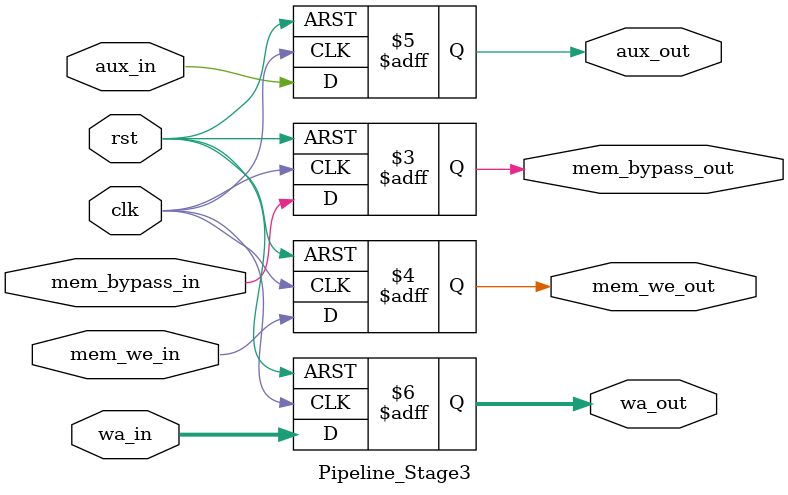
<source format=sv>
module Pipeline_Stage3
(
    input clk,
    input rst,

    input mem_bypass_in,
    output mem_bypass_out,

    input mem_we_in,
    output mem_we_out,

    input aux_in,
    output aux_out,

    input wire logic[4:0] wa_in,
    output wire logic[4:0] wa_out
);

always_ff @(posedge clk or negedge rst) begin
    if (!rst) begin
        mem_bypass_out <= '0;
        mem_we_out <= '0;
        aux_out <= '0;

        wa_out <= '0;
    end
    else if (clk) begin
        mem_bypass_out <= mem_bypass_in;
        mem_we_out <= mem_we_in;
        aux_out <= aux_in;
        wa_out <= wa_in;
    end
end

endmodule
</source>
